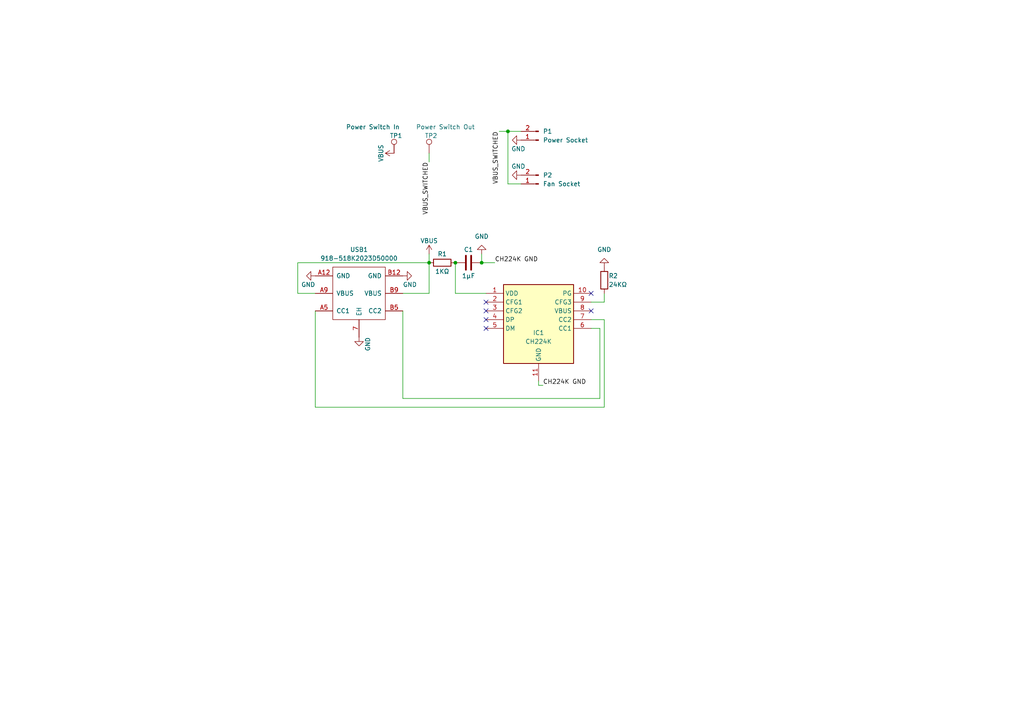
<source format=kicad_sch>
(kicad_sch (version 20230121) (generator eeschema)
  (paper "A4")
  (lib_symbols
    (symbol "918-518K2023D50000:918-518K2023D50000" (pin_names (offset 1.016))
      (property "Reference" "USB" (at 0 10.287 0))
      (property "Value" "918-518K2023D50000" (at 0 15.367 0))
      (symbol "918-518K2023D50000_1_1"
        (rectangle (start -7.62 7.62) (end 7.62 -7.62) (stroke (width 0.1524)))
        (pin input line (at 0 -12.7 90) (length 5.08) (name "EH") (number "7"))
        (pin input line (at -12.7 5.08 0) (length 5.08) (name "GND") (number "A12"))
        (pin input line (at -12.7 -5.08 0) (length 5.08) (name "CC1") (number "A5"))
        (pin input line (at -12.7 0 0) (length 5.08) (name "VBUS") (number "A9"))
        (pin input line (at 12.7 5.08 180) (length 5.08) (name "GND") (number "B12"))
        (pin input line (at 12.7 -5.08 180) (length 5.08) (name "CC2") (number "B5"))
        (pin input line (at 12.7 0 180) (length 5.08) (name "VBUS") (number "B9"))
      )
    )
    (symbol "CH224K:CH224K"
      (property "Reference" "IC" (at 26.67 7.62 0))
      (property "Value" "CH224K" (at 26.67 5.08 0))
      (symbol "CH224K_1_1"
        (rectangle (start 5.08 2.54) (end 25.4 -20.32) (stroke (width 0.254)) (fill (type background)))
        (pin passive line (at 0 0 0) (length 5.08) (name "VDD") (number "1"))
        (pin passive line (at 30.48 0 180) (length 5.08) (name "PG") (number "10"))
        (pin passive line (at 15.24 -25.4 90) (length 5.08) (name "GND") (number "11"))
        (pin passive line (at 0 -2.54 0) (length 5.08) (name "CFG1") (number "2"))
        (pin passive line (at 0 -5.08 0) (length 5.08) (name "CFG2") (number "3"))
        (pin passive line (at 0 -7.62 0) (length 5.08) (name "DP") (number "4"))
        (pin passive line (at 0 -10.16 0) (length 5.08) (name "DM") (number "5"))
        (pin passive line (at 30.48 -10.16 180) (length 5.08) (name "CC1") (number "6"))
        (pin passive line (at 30.48 -7.62 180) (length 5.08) (name "CC2") (number "7"))
        (pin passive line (at 30.48 -5.08 180) (length 5.08) (name "VBUS") (number "8"))
        (pin passive line (at 30.48 -2.54 180) (length 5.08) (name "CFG3") (number "9"))
      )
    )
    (symbol "Connector:Conn_01x02_Pin" (pin_names (offset 1.016) hide)
      (property "Reference" "J" (at 0 2.54 0))
      (property "Value" "Conn_01x02_Pin" (at 0 -5.08 0))
      (symbol "Conn_01x02_Pin_1_1"
        (polyline (pts (xy 1.27 -2.54) (xy 0.8636 -2.54)) (stroke (width 0.1524)))
        (polyline (pts (xy 1.27 0) (xy 0.8636 0)) (stroke (width 0.1524)))
        (rectangle (start 0.8636 -2.413) (end 0 -2.667) (stroke (width 0.1524)) (fill (type outline)))
        (rectangle (start 0.8636 0.127) (end 0 -0.127) (stroke (width 0.1524)) (fill (type outline)))
        (pin passive line (at 5.08 0 180) (length 3.81) (name "Pin_1") (number "1"))
        (pin passive line (at 5.08 -2.54 180) (length 3.81) (name "Pin_2") (number "2"))
      )
    )
    (symbol "Connector:TestPoint" (pin_numbers hide) (pin_names (offset 0.762) hide)
      (property "Reference" "TP" (at 0 6.858 0))
      (property "Value" "TestPoint" (at 0 5.08 0))
      (symbol "TestPoint_0_1"
        (circle (center 0 3.302) (radius 0.762))
      )
      (symbol "TestPoint_1_1"
        (pin passive line (at 0 0 90) (length 2.54) (name "1") (number "1"))
      )
    )
    (symbol "Device:C" (pin_numbers hide) (pin_names (offset 0.254))
      (property "Reference" "C" (at 0.635 2.54 0))
      (property "Value" "C" (at 0.635 -2.54 0))
      (symbol "C_0_1"
        (polyline (pts (xy -2.032 -0.762) (xy 2.032 -0.762)) (stroke (width 0.508)))
        (polyline (pts (xy -2.032 0.762) (xy 2.032 0.762)) (stroke (width 0.508)))
      )
      (symbol "C_1_1"
        (pin passive line (at 0 3.81 270) (length 2.794) (name "~") (number "1"))
        (pin passive line (at 0 -3.81 90) (length 2.794) (name "~") (number "2"))
      )
    )
    (symbol "Device:R" (pin_numbers hide) (pin_names (offset 0))
      (property "Reference" "R" (at 2.032 0 90))
      (property "Value" "R" (at 0 0 90))
      (symbol "R_0_1"
        (rectangle (start -1.016 -2.54) (end 1.016 2.54) (stroke (width 0.254)))
      )
      (symbol "R_1_1"
        (pin passive line (at 0 3.81 270) (length 1.27) (name "~") (number "1"))
        (pin passive line (at 0 -3.81 90) (length 1.27) (name "~") (number "2"))
      )
    )
    (symbol "power:GND" (power) (pin_names (offset 0))
      (property "Value" "GND" (at 0 -3.81 0))
      (symbol "GND_0_1"
        (polyline (pts (xy 0 0) (xy 0 -1.27) (xy 1.27 -1.27) (xy 0 -2.54) (xy -1.27 -1.27) (xy 0 -1.27)))
      )
      (symbol "GND_1_1"
        (pin power_in line (at 0 0 270) (length 0) hide (name "GND") (number "1"))
      )
    )
    (symbol "power:VBUS" (power) (pin_names (offset 0))
      (property "Value" "VBUS" (at 0 3.81 0))
      (symbol "VBUS_0_1"
        (polyline (pts (xy -0.762 1.27) (xy 0 2.54)))
        (polyline (pts (xy 0 0) (xy 0 2.54)))
        (polyline (pts (xy 0 2.54) (xy 0.762 1.27)))
      )
      (symbol "VBUS_1_1"
        (pin power_in line (at 0 0 90) (length 0) hide (name "VBUS") (number "1"))
      )
    )
  )
  (junction (at 139.7 76.2))
  (junction (at 147.32 38.1))
  (junction (at 132.08 76.2))
  (junction (at 124.46 76.2))
  (no_connect (at 140.97 87.63))
  (no_connect (at 140.97 90.17))
  (no_connect (at 171.45 85.09))
  (no_connect (at 140.97 95.25))
  (no_connect (at 140.97 92.71))
  (no_connect (at 171.45 90.17))
  (wire (pts (xy 139.7 73.66) (xy 139.7 76.2)))
  (wire (pts (xy 86.36 85.09) (xy 91.44 85.09)))
  (wire (pts (xy 139.7 76.2) (xy 143.51 76.2)))
  (wire (pts (xy 116.84 115.57) (xy 173.99 115.57)))
  (wire (pts (xy 86.36 76.2) (xy 124.46 76.2)))
  (wire (pts (xy 173.99 115.57) (xy 173.99 95.25)))
  (wire (pts (xy 132.08 85.09) (xy 140.97 85.09)))
  (wire (pts (xy 124.46 44.45) (xy 124.46 46.99)))
  (wire (pts (xy 171.45 92.71) (xy 175.26 92.71)))
  (wire (pts (xy 175.26 118.11) (xy 175.26 92.71)))
  (wire (pts (xy 156.21 110.49) (xy 156.21 111.76)))
  (wire (pts (xy 147.32 53.34) (xy 151.13 53.34)))
  (wire (pts (xy 144.78 38.1) (xy 147.32 38.1)))
  (wire (pts (xy 116.84 90.17) (xy 116.84 115.57)))
  (wire (pts (xy 91.44 90.17) (xy 91.44 118.11)))
  (wire (pts (xy 124.46 73.66) (xy 124.46 76.2)))
  (wire (pts (xy 171.45 95.25) (xy 173.99 95.25)))
  (wire (pts (xy 116.84 85.09) (xy 124.46 85.09)))
  (wire (pts (xy 124.46 85.09) (xy 124.46 76.2)))
  (wire (pts (xy 156.21 111.76) (xy 157.48 111.76)))
  (wire (pts (xy 175.26 87.63) (xy 175.26 85.09)))
  (wire (pts (xy 151.13 38.1) (xy 147.32 38.1)))
  (wire (pts (xy 147.32 38.1) (xy 147.32 53.34)))
  (wire (pts (xy 171.45 87.63) (xy 175.26 87.63)))
  (wire (pts (xy 91.44 118.11) (xy 175.26 118.11)))
  (wire (pts (xy 86.36 76.2) (xy 86.36 85.09)))
  (wire (pts (xy 132.08 76.2) (xy 132.08 85.09)))
  (label "CH224K GND" (at 143.51 76.2 0))
  (label "VBUS_SWITCHED" (at 124.46 46.99 270))
  (label "VBUS_SWITCHED" (at 144.78 38.1 270))
  (label "CH224K GND" (at 157.48 111.76 0))
  (symbol (lib_id "power:GND") (at 116.84 80.01 90) (unit 1)
    (property "Reference" "#PWR05" (effects hide))
    (property "Value" "GND" (at 116.84 82.55 90) (effects (justify right)))
  )
  (symbol (lib_id "power:VBUS") (at 124.46 73.66 0) (unit 1)
    (property "Reference" "#PWR04" (effects hide))
    (property "Value" "VBUS" (at 124.46 69.85 0))
  )
  (symbol (lib_id "Connector:TestPoint") (at 114.3 44.45 0) (unit 1)
    (property "Reference" "TP1" (at 113.03 39.37 0) (effects (justify left)))
    (property "Value" "Power Switch In" (at 100.33 36.83 0) (effects (justify left)))
    (property "Footprint" "Connector_Wire:SolderWirePad_1x01_SMD_5x10mm" (effects hide))
  )
  (symbol (lib_id "power:GND") (at 139.7 73.66 180) (unit 1)
    (property "Reference" "#PWR09" (effects hide))
    (property "Value" "GND" (at 139.7 68.58 0))
  )
  (symbol (lib_id "power:GND") (at 151.13 50.8 270) (unit 1)
    (property "Reference" "#PWR03" (effects hide))
    (property "Value" "GND" (at 152.4 48.26 90) (effects (justify right)))
  )
  (symbol (lib_id "Device:C") (at 135.89 76.2 90) (unit 1)
    (property "Reference" "C1" (at 135.89 72.39 90))
    (property "Value" "1µF" (at 135.89 80.01 90))
    (property "Footprint" "Capacitor_SMD:C_0603_1608Metric_Pad1.08x0.95mm_HandSolder" (effects hide))
  )
  (symbol (lib_id "Device:R") (at 128.27 76.2 90) (unit 1)
    (property "Reference" "R1" (at 128.27 73.66 90))
    (property "Value" "1KΩ" (at 128.27 78.74 90))
    (property "Footprint" "Resistor_SMD:R_0603_1608Metric_Pad0.98x0.95mm_HandSolder" (effects hide))
  )
  (symbol (lib_id "Connector:Conn_01x02_Pin") (at 156.21 40.64 180) (unit 1)
    (property "Reference" "P1" (at 157.48 38.1 0) (effects (justify right)))
    (property "Value" "Power Socket" (at 157.48 40.64 0) (effects (justify right)))
    (property "Footprint" "Connector_JST:JST_XH_B2B-XH-A_1x02_P2.50mm_Vertical" (effects hide))
  )
  (symbol (lib_id "power:GND") (at 104.14 97.79 0) (unit 1)
    (property "Reference" "#PWR01" (effects hide))
    (property "Value" "GND" (at 106.68 97.79 90) (effects (justify right)))
  )
  (symbol (lib_id "Device:R") (at 175.26 81.28 0) (unit 1)
    (property "Reference" "R2" (at 176.53 80.01 0) (effects (justify left)))
    (property "Value" "24KΩ" (at 176.53 82.55 0) (effects (justify left)))
    (property "Footprint" "Resistor_SMD:R_0603_1608Metric_Pad0.98x0.95mm_HandSolder" (effects hide))
  )
  (symbol (lib_id "CH224K:CH224K") (at 140.97 85.09 0) (unit 1)
    (property "Reference" "IC1" (at 156.21 96.52 0))
    (property "Value" "CH224K" (at 156.21 99.06 0))
    (property "Footprint" "CH224K:SOP100P600X180-11N" (effects hide))
    (property "Datasheet" "https://datasheet.lcsc.com/lcsc/2204251615_WCH-Jiangsu-Qin-Heng-CH224K_C970725.pdf" (effects hide))
    (property "Height" "1.8" (effects hide))
    (property "Manufacturer_Name" "WCH" (effects hide))
    (property "Manufacturer_Part_Number" "CH224K" (effects hide))
  )
  (symbol (lib_id "power:GND") (at 151.13 40.64 270) (unit 1)
    (property "Reference" "#PWR06" (effects hide))
    (property "Value" "GND" (at 152.4 43.18 90) (effects (justify right)))
  )
  (symbol (lib_id "Connector:TestPoint") (at 124.46 44.45 0) (unit 1)
    (property "Reference" "TP2" (at 123.19 39.37 0) (effects (justify left)))
    (property "Value" "Power Switch Out" (at 120.65 36.83 0) (effects (justify left)))
    (property "Footprint" "Connector_Wire:SolderWirePad_1x01_SMD_5x10mm" (effects hide))
  )
  (symbol (lib_id "power:GND") (at 175.26 77.47 180) (unit 1)
    (property "Reference" "#PWR07" (effects hide))
    (property "Value" "GND" (at 175.26 72.39 0))
  )
  (symbol (lib_id "power:GND") (at 91.44 80.01 270) (unit 1)
    (property "Reference" "#PWR02" (effects hide))
    (property "Value" "GND" (at 91.44 82.55 90) (effects (justify right)))
  )
  (symbol (lib_id "power:VBUS") (at 114.3 44.45 90) (unit 1)
    (property "Reference" "#PWR08" (effects hide))
    (property "Value" "VBUS" (at 110.49 44.45 0))
  )
  (symbol (lib_id "918-518K2023D50000:918-518K2023D50000") (at 104.14 85.09 0) (unit 1)
    (property "Reference" "USB1" (at 104.14 72.39 0))
    (property "Value" "918-518K2023D50000" (at 104.14 74.93 0))
    (property "Footprint" "918-518K2023D50000:USB-TYPE-C-TH_918-518K2023D5000X" (effects hide))
    (property "Datasheet" "http://www.szlcsc.com/product/details_383023.html" (effects hide))
    (property "SuppliersPartNumber" "C399935" (effects hide))
    (property "uuid" "std:1c992e92cf1346338ebf1f0fc8121e29" (effects hide))
  )
  (symbol (lib_id "Connector:Conn_01x02_Pin") (at 156.21 53.34 180) (unit 1)
    (property "Reference" "P2" (at 157.48 50.8 0) (effects (justify right)))
    (property "Value" "Fan Socket" (at 157.48 53.34 0) (effects (justify right)))
    (property "Footprint" "Connector_JST:JST_PH_B2B-PH-K_1x02_P2.00mm_Vertical" (effects hide))
  )
)
</source>
